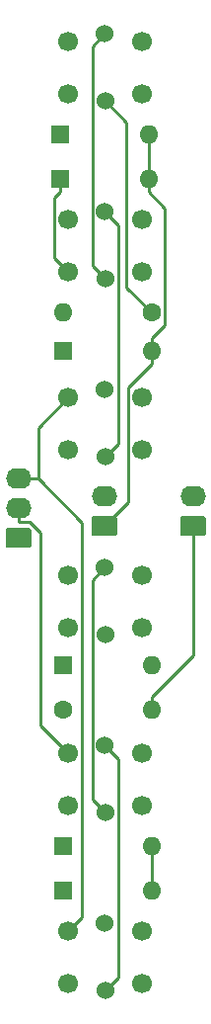
<source format=gbr>
G04 #@! TF.GenerationSoftware,KiCad,Pcbnew,(5.1.5-0-10_14)*
G04 #@! TF.CreationDate,2020-06-21T14:29:58+10:00*
G04 #@! TF.ProjectId,IFEI,49464549-2e6b-4696-9361-645f70636258,rev?*
G04 #@! TF.SameCoordinates,Original*
G04 #@! TF.FileFunction,Copper,L1,Top*
G04 #@! TF.FilePolarity,Positive*
%FSLAX46Y46*%
G04 Gerber Fmt 4.6, Leading zero omitted, Abs format (unit mm)*
G04 Created by KiCad (PCBNEW (5.1.5-0-10_14)) date 2020-06-21 14:29:58*
%MOMM*%
%LPD*%
G04 APERTURE LIST*
%ADD10C,1.524000*%
%ADD11C,1.700000*%
%ADD12O,1.600000X1.600000*%
%ADD13C,1.600000*%
%ADD14O,2.200000X1.740000*%
%ADD15C,0.100000*%
%ADD16R,1.600000X1.600000*%
%ADD17C,0.250000*%
G04 APERTURE END LIST*
D10*
X136830000Y-117320000D03*
X136870000Y-123111000D03*
D11*
X133695000Y-118031000D03*
X140045000Y-118031000D03*
X133695000Y-122476000D03*
X140045000Y-122476000D03*
D12*
X140830000Y-114288000D03*
D13*
X133210000Y-114288000D03*
D12*
X133210000Y-80252000D03*
D13*
X140830000Y-80252000D03*
D14*
X144386000Y-96000000D03*
G04 #@! TA.AperFunction,ComponentPad*
D15*
G36*
X145260505Y-97671204D02*
G01*
X145284773Y-97674804D01*
X145308572Y-97680765D01*
X145331671Y-97689030D01*
X145353850Y-97699520D01*
X145374893Y-97712132D01*
X145394599Y-97726747D01*
X145412777Y-97743223D01*
X145429253Y-97761401D01*
X145443868Y-97781107D01*
X145456480Y-97802150D01*
X145466970Y-97824329D01*
X145475235Y-97847428D01*
X145481196Y-97871227D01*
X145484796Y-97895495D01*
X145486000Y-97919999D01*
X145486000Y-99160001D01*
X145484796Y-99184505D01*
X145481196Y-99208773D01*
X145475235Y-99232572D01*
X145466970Y-99255671D01*
X145456480Y-99277850D01*
X145443868Y-99298893D01*
X145429253Y-99318599D01*
X145412777Y-99336777D01*
X145394599Y-99353253D01*
X145374893Y-99367868D01*
X145353850Y-99380480D01*
X145331671Y-99390970D01*
X145308572Y-99399235D01*
X145284773Y-99405196D01*
X145260505Y-99408796D01*
X145236001Y-99410000D01*
X143535999Y-99410000D01*
X143511495Y-99408796D01*
X143487227Y-99405196D01*
X143463428Y-99399235D01*
X143440329Y-99390970D01*
X143418150Y-99380480D01*
X143397107Y-99367868D01*
X143377401Y-99353253D01*
X143359223Y-99336777D01*
X143342747Y-99318599D01*
X143328132Y-99298893D01*
X143315520Y-99277850D01*
X143305030Y-99255671D01*
X143296765Y-99232572D01*
X143290804Y-99208773D01*
X143287204Y-99184505D01*
X143286000Y-99160001D01*
X143286000Y-97919999D01*
X143287204Y-97895495D01*
X143290804Y-97871227D01*
X143296765Y-97847428D01*
X143305030Y-97824329D01*
X143315520Y-97802150D01*
X143328132Y-97781107D01*
X143342747Y-97761401D01*
X143359223Y-97743223D01*
X143377401Y-97726747D01*
X143397107Y-97712132D01*
X143418150Y-97699520D01*
X143440329Y-97689030D01*
X143463428Y-97680765D01*
X143487227Y-97674804D01*
X143511495Y-97671204D01*
X143535999Y-97670000D01*
X145236001Y-97670000D01*
X145260505Y-97671204D01*
G37*
G04 #@! TD.AperFunction*
D14*
X129400000Y-94476000D03*
X129400000Y-97016000D03*
G04 #@! TA.AperFunction,ComponentPad*
D15*
G36*
X130274505Y-98687204D02*
G01*
X130298773Y-98690804D01*
X130322572Y-98696765D01*
X130345671Y-98705030D01*
X130367850Y-98715520D01*
X130388893Y-98728132D01*
X130408599Y-98742747D01*
X130426777Y-98759223D01*
X130443253Y-98777401D01*
X130457868Y-98797107D01*
X130470480Y-98818150D01*
X130480970Y-98840329D01*
X130489235Y-98863428D01*
X130495196Y-98887227D01*
X130498796Y-98911495D01*
X130500000Y-98935999D01*
X130500000Y-100176001D01*
X130498796Y-100200505D01*
X130495196Y-100224773D01*
X130489235Y-100248572D01*
X130480970Y-100271671D01*
X130470480Y-100293850D01*
X130457868Y-100314893D01*
X130443253Y-100334599D01*
X130426777Y-100352777D01*
X130408599Y-100369253D01*
X130388893Y-100383868D01*
X130367850Y-100396480D01*
X130345671Y-100406970D01*
X130322572Y-100415235D01*
X130298773Y-100421196D01*
X130274505Y-100424796D01*
X130250001Y-100426000D01*
X128549999Y-100426000D01*
X128525495Y-100424796D01*
X128501227Y-100421196D01*
X128477428Y-100415235D01*
X128454329Y-100406970D01*
X128432150Y-100396480D01*
X128411107Y-100383868D01*
X128391401Y-100369253D01*
X128373223Y-100352777D01*
X128356747Y-100334599D01*
X128342132Y-100314893D01*
X128329520Y-100293850D01*
X128319030Y-100271671D01*
X128310765Y-100248572D01*
X128304804Y-100224773D01*
X128301204Y-100200505D01*
X128300000Y-100176001D01*
X128300000Y-98935999D01*
X128301204Y-98911495D01*
X128304804Y-98887227D01*
X128310765Y-98863428D01*
X128319030Y-98840329D01*
X128329520Y-98818150D01*
X128342132Y-98797107D01*
X128356747Y-98777401D01*
X128373223Y-98759223D01*
X128391401Y-98742747D01*
X128411107Y-98728132D01*
X128432150Y-98715520D01*
X128454329Y-98705030D01*
X128477428Y-98696765D01*
X128501227Y-98690804D01*
X128525495Y-98687204D01*
X128549999Y-98686000D01*
X130250001Y-98686000D01*
X130274505Y-98687204D01*
G37*
G04 #@! TD.AperFunction*
D14*
X136766000Y-96000000D03*
G04 #@! TA.AperFunction,ComponentPad*
D15*
G36*
X137640505Y-97671204D02*
G01*
X137664773Y-97674804D01*
X137688572Y-97680765D01*
X137711671Y-97689030D01*
X137733850Y-97699520D01*
X137754893Y-97712132D01*
X137774599Y-97726747D01*
X137792777Y-97743223D01*
X137809253Y-97761401D01*
X137823868Y-97781107D01*
X137836480Y-97802150D01*
X137846970Y-97824329D01*
X137855235Y-97847428D01*
X137861196Y-97871227D01*
X137864796Y-97895495D01*
X137866000Y-97919999D01*
X137866000Y-99160001D01*
X137864796Y-99184505D01*
X137861196Y-99208773D01*
X137855235Y-99232572D01*
X137846970Y-99255671D01*
X137836480Y-99277850D01*
X137823868Y-99298893D01*
X137809253Y-99318599D01*
X137792777Y-99336777D01*
X137774599Y-99353253D01*
X137754893Y-99367868D01*
X137733850Y-99380480D01*
X137711671Y-99390970D01*
X137688572Y-99399235D01*
X137664773Y-99405196D01*
X137640505Y-99408796D01*
X137616001Y-99410000D01*
X135915999Y-99410000D01*
X135891495Y-99408796D01*
X135867227Y-99405196D01*
X135843428Y-99399235D01*
X135820329Y-99390970D01*
X135798150Y-99380480D01*
X135777107Y-99367868D01*
X135757401Y-99353253D01*
X135739223Y-99336777D01*
X135722747Y-99318599D01*
X135708132Y-99298893D01*
X135695520Y-99277850D01*
X135685030Y-99255671D01*
X135676765Y-99232572D01*
X135670804Y-99208773D01*
X135667204Y-99184505D01*
X135666000Y-99160001D01*
X135666000Y-97919999D01*
X135667204Y-97895495D01*
X135670804Y-97871227D01*
X135676765Y-97847428D01*
X135685030Y-97824329D01*
X135695520Y-97802150D01*
X135708132Y-97781107D01*
X135722747Y-97761401D01*
X135739223Y-97743223D01*
X135757401Y-97726747D01*
X135777107Y-97712132D01*
X135798150Y-97699520D01*
X135820329Y-97689030D01*
X135843428Y-97680765D01*
X135867227Y-97674804D01*
X135891495Y-97671204D01*
X135915999Y-97670000D01*
X137616001Y-97670000D01*
X137640505Y-97671204D01*
G37*
G04 #@! TD.AperFunction*
D12*
X140830000Y-129782000D03*
D16*
X133210000Y-129782000D03*
D12*
X140830000Y-125972000D03*
D16*
X133210000Y-125972000D03*
D12*
X140830000Y-110478000D03*
D16*
X133210000Y-110478000D03*
D12*
X140830000Y-83554000D03*
D16*
X133210000Y-83554000D03*
D12*
X140576000Y-68822000D03*
D16*
X132956000Y-68822000D03*
D12*
X140576000Y-65012000D03*
D16*
X132956000Y-65012000D03*
D10*
X136830000Y-132560000D03*
X136870000Y-138351000D03*
D11*
X133695000Y-133271000D03*
X140045000Y-133271000D03*
X133695000Y-137716000D03*
X140045000Y-137716000D03*
D10*
X136830000Y-102080000D03*
X136870000Y-107871000D03*
D11*
X133695000Y-102791000D03*
X140045000Y-102791000D03*
X133695000Y-107236000D03*
X140045000Y-107236000D03*
D10*
X136830000Y-86840000D03*
X136870000Y-92631000D03*
D11*
X133695000Y-87551000D03*
X140045000Y-87551000D03*
X133695000Y-91996000D03*
X140045000Y-91996000D03*
D10*
X136830000Y-71600000D03*
X136870000Y-77391000D03*
D11*
X133695000Y-72311000D03*
X140045000Y-72311000D03*
X133695000Y-76756000D03*
X140045000Y-76756000D03*
D10*
X136830000Y-56360000D03*
X136870000Y-62151000D03*
D11*
X133695000Y-57071000D03*
X140045000Y-57071000D03*
X133695000Y-61516000D03*
X140045000Y-61516000D03*
D17*
X136830000Y-56360000D02*
X135739300Y-57450700D01*
X135739300Y-57450700D02*
X135739300Y-76260300D01*
X135739300Y-76260300D02*
X136870000Y-77391000D01*
X136830000Y-71600000D02*
X137994800Y-72764800D01*
X137994800Y-72764800D02*
X137994800Y-91506200D01*
X137994800Y-91506200D02*
X136870000Y-92631000D01*
X136830000Y-102080000D02*
X135740100Y-103169900D01*
X135740100Y-103169900D02*
X135740100Y-121981100D01*
X135740100Y-121981100D02*
X136870000Y-123111000D01*
X140830000Y-83554000D02*
X140830000Y-82428700D01*
X140576000Y-68822000D02*
X140576000Y-69947300D01*
X140576000Y-69947300D02*
X141955300Y-71326600D01*
X141955300Y-71326600D02*
X141955300Y-81303400D01*
X141955300Y-81303400D02*
X140830000Y-82428700D01*
X140576000Y-65012000D02*
X140576000Y-68822000D01*
X140830000Y-83554000D02*
X140830000Y-84679300D01*
X140830000Y-84679300D02*
X138795500Y-86713800D01*
X138795500Y-86713800D02*
X138795500Y-96510500D01*
X138795500Y-96510500D02*
X136766000Y-98540000D01*
X132956000Y-68822000D02*
X132956000Y-69947300D01*
X132956000Y-69947300D02*
X132506000Y-70397300D01*
X132506000Y-70397300D02*
X132506000Y-75567000D01*
X132506000Y-75567000D02*
X133695000Y-76756000D01*
X140830000Y-125972000D02*
X140830000Y-129782000D01*
X131093600Y-94476000D02*
X131093600Y-90152400D01*
X131093600Y-90152400D02*
X133695000Y-87551000D01*
X133695000Y-133271000D02*
X134879100Y-132086900D01*
X134879100Y-132086900D02*
X134879100Y-98261500D01*
X134879100Y-98261500D02*
X131093600Y-94476000D01*
X130825300Y-94476000D02*
X131093600Y-94476000D01*
X129400000Y-94476000D02*
X130825300Y-94476000D01*
X129400000Y-98211300D02*
X130371200Y-98211300D01*
X130371200Y-98211300D02*
X131308600Y-99148700D01*
X131308600Y-99148700D02*
X131308600Y-115644600D01*
X131308600Y-115644600D02*
X133695000Y-118031000D01*
X129400000Y-97016000D02*
X129400000Y-98211300D01*
X140830000Y-114288000D02*
X140830000Y-113162700D01*
X144386000Y-98540000D02*
X144386000Y-109606700D01*
X144386000Y-109606700D02*
X140830000Y-113162700D01*
X140830000Y-80252000D02*
X138671800Y-78093800D01*
X138671800Y-78093800D02*
X138671800Y-63952800D01*
X138671800Y-63952800D02*
X136870000Y-62151000D01*
X136870000Y-138351000D02*
X137994800Y-137226200D01*
X137994800Y-137226200D02*
X137994800Y-118484800D01*
X137994800Y-118484800D02*
X136830000Y-117320000D01*
M02*

</source>
